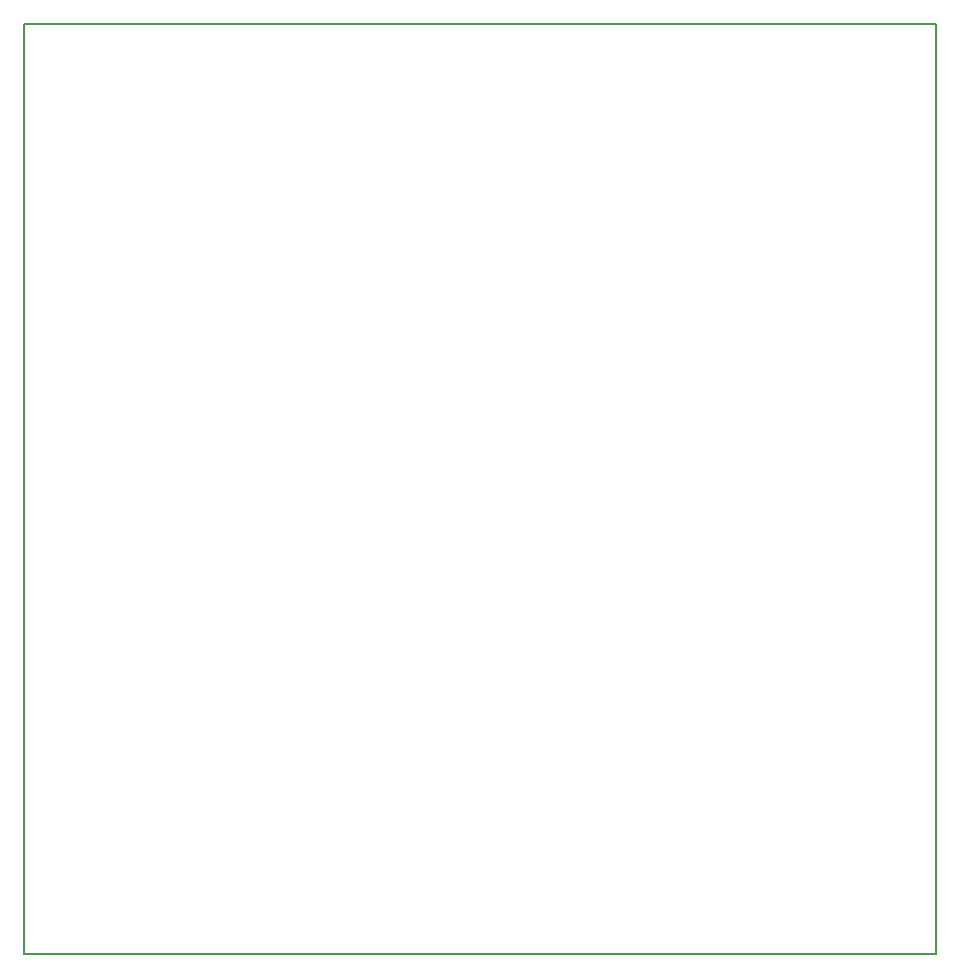
<source format=gbr>
G04 #@! TF.GenerationSoftware,KiCad,Pcbnew,(5.0.0)*
G04 #@! TF.CreationDate,2019-10-23T21:58:30-05:00*
G04 #@! TF.ProjectId,18F_DSPIC,3138465F44535049432E6B696361645F,rev?*
G04 #@! TF.SameCoordinates,Original*
G04 #@! TF.FileFunction,Profile,NP*
%FSLAX46Y46*%
G04 Gerber Fmt 4.6, Leading zero omitted, Abs format (unit mm)*
G04 Created by KiCad (PCBNEW (5.0.0)) date 10/23/19 21:58:30*
%MOMM*%
%LPD*%
G01*
G04 APERTURE LIST*
%ADD10C,0.150000*%
%ADD11C,0.200000*%
G04 APERTURE END LIST*
D10*
X84328000Y-52070000D02*
X85090000Y-52070000D01*
X84328000Y-130810000D02*
X84328000Y-52070000D01*
X84328000Y-130810000D02*
X85090000Y-130810000D01*
X161544000Y-52070000D02*
X161544000Y-130810000D01*
D11*
X85090000Y-52070000D02*
X161544000Y-52070000D01*
D10*
X161544000Y-130810000D02*
X85090000Y-130810000D01*
M02*

</source>
